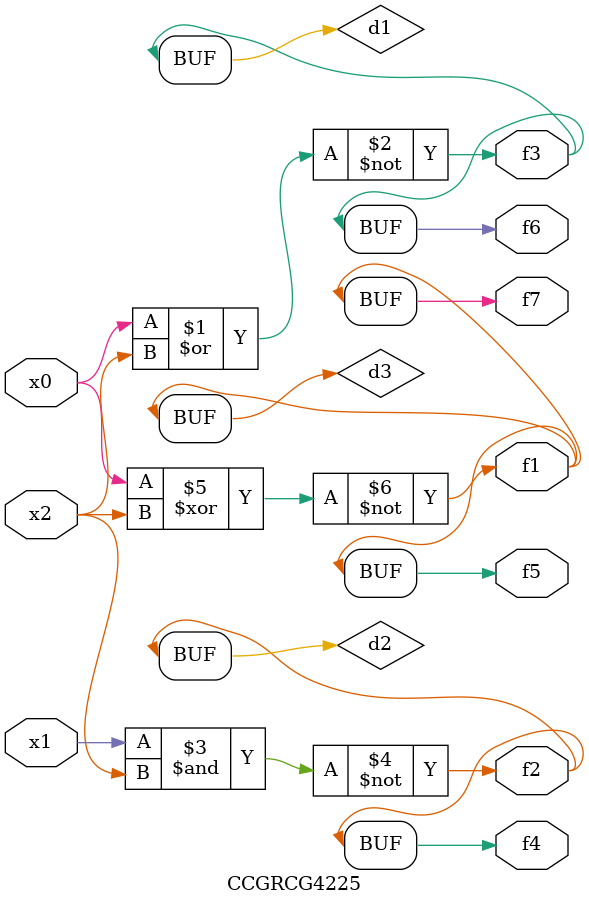
<source format=v>
module CCGRCG4225(
	input x0, x1, x2,
	output f1, f2, f3, f4, f5, f6, f7
);

	wire d1, d2, d3;

	nor (d1, x0, x2);
	nand (d2, x1, x2);
	xnor (d3, x0, x2);
	assign f1 = d3;
	assign f2 = d2;
	assign f3 = d1;
	assign f4 = d2;
	assign f5 = d3;
	assign f6 = d1;
	assign f7 = d3;
endmodule

</source>
